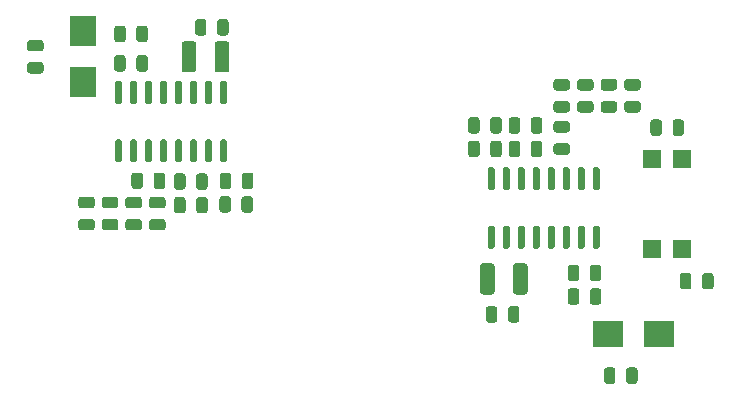
<source format=gtp>
%TF.GenerationSoftware,KiCad,Pcbnew,5.1.6-c6e7f7d~86~ubuntu20.04.1*%
%TF.CreationDate,2020-09-07T13:18:55+02:00*%
%TF.ProjectId,Driver,44726976-6572-42e6-9b69-6361645f7063,rev?*%
%TF.SameCoordinates,Original*%
%TF.FileFunction,Paste,Top*%
%TF.FilePolarity,Positive*%
%FSLAX46Y46*%
G04 Gerber Fmt 4.6, Leading zero omitted, Abs format (unit mm)*
G04 Created by KiCad (PCBNEW 5.1.6-c6e7f7d~86~ubuntu20.04.1) date 2020-09-07 13:18:55*
%MOMM*%
%LPD*%
G01*
G04 APERTURE LIST*
%ADD10R,2.500000X2.300000*%
%ADD11R,2.300000X2.500000*%
%ADD12R,1.600000X1.600000*%
G04 APERTURE END LIST*
D10*
%TO.C,D_boot2*%
X91300000Y-144000000D03*
X87000000Y-144000000D03*
%TD*%
D11*
%TO.C,D_boot1*%
X42500000Y-122650000D03*
X42500000Y-118350000D03*
%TD*%
D12*
%TO.C,U12*%
X93270000Y-136810000D03*
X90730000Y-129190000D03*
X90730000Y-136810000D03*
X93270000Y-129190000D03*
%TD*%
%TO.C,U4*%
G36*
G01*
X85855000Y-134805000D02*
X86155000Y-134805000D01*
G75*
G02*
X86305000Y-134955000I0J-150000D01*
G01*
X86305000Y-136605000D01*
G75*
G02*
X86155000Y-136755000I-150000J0D01*
G01*
X85855000Y-136755000D01*
G75*
G02*
X85705000Y-136605000I0J150000D01*
G01*
X85705000Y-134955000D01*
G75*
G02*
X85855000Y-134805000I150000J0D01*
G01*
G37*
G36*
G01*
X84585000Y-134805000D02*
X84885000Y-134805000D01*
G75*
G02*
X85035000Y-134955000I0J-150000D01*
G01*
X85035000Y-136605000D01*
G75*
G02*
X84885000Y-136755000I-150000J0D01*
G01*
X84585000Y-136755000D01*
G75*
G02*
X84435000Y-136605000I0J150000D01*
G01*
X84435000Y-134955000D01*
G75*
G02*
X84585000Y-134805000I150000J0D01*
G01*
G37*
G36*
G01*
X83315000Y-134805000D02*
X83615000Y-134805000D01*
G75*
G02*
X83765000Y-134955000I0J-150000D01*
G01*
X83765000Y-136605000D01*
G75*
G02*
X83615000Y-136755000I-150000J0D01*
G01*
X83315000Y-136755000D01*
G75*
G02*
X83165000Y-136605000I0J150000D01*
G01*
X83165000Y-134955000D01*
G75*
G02*
X83315000Y-134805000I150000J0D01*
G01*
G37*
G36*
G01*
X82045000Y-134805000D02*
X82345000Y-134805000D01*
G75*
G02*
X82495000Y-134955000I0J-150000D01*
G01*
X82495000Y-136605000D01*
G75*
G02*
X82345000Y-136755000I-150000J0D01*
G01*
X82045000Y-136755000D01*
G75*
G02*
X81895000Y-136605000I0J150000D01*
G01*
X81895000Y-134955000D01*
G75*
G02*
X82045000Y-134805000I150000J0D01*
G01*
G37*
G36*
G01*
X80775000Y-134805000D02*
X81075000Y-134805000D01*
G75*
G02*
X81225000Y-134955000I0J-150000D01*
G01*
X81225000Y-136605000D01*
G75*
G02*
X81075000Y-136755000I-150000J0D01*
G01*
X80775000Y-136755000D01*
G75*
G02*
X80625000Y-136605000I0J150000D01*
G01*
X80625000Y-134955000D01*
G75*
G02*
X80775000Y-134805000I150000J0D01*
G01*
G37*
G36*
G01*
X79505000Y-134805000D02*
X79805000Y-134805000D01*
G75*
G02*
X79955000Y-134955000I0J-150000D01*
G01*
X79955000Y-136605000D01*
G75*
G02*
X79805000Y-136755000I-150000J0D01*
G01*
X79505000Y-136755000D01*
G75*
G02*
X79355000Y-136605000I0J150000D01*
G01*
X79355000Y-134955000D01*
G75*
G02*
X79505000Y-134805000I150000J0D01*
G01*
G37*
G36*
G01*
X78235000Y-134805000D02*
X78535000Y-134805000D01*
G75*
G02*
X78685000Y-134955000I0J-150000D01*
G01*
X78685000Y-136605000D01*
G75*
G02*
X78535000Y-136755000I-150000J0D01*
G01*
X78235000Y-136755000D01*
G75*
G02*
X78085000Y-136605000I0J150000D01*
G01*
X78085000Y-134955000D01*
G75*
G02*
X78235000Y-134805000I150000J0D01*
G01*
G37*
G36*
G01*
X76965000Y-134805000D02*
X77265000Y-134805000D01*
G75*
G02*
X77415000Y-134955000I0J-150000D01*
G01*
X77415000Y-136605000D01*
G75*
G02*
X77265000Y-136755000I-150000J0D01*
G01*
X76965000Y-136755000D01*
G75*
G02*
X76815000Y-136605000I0J150000D01*
G01*
X76815000Y-134955000D01*
G75*
G02*
X76965000Y-134805000I150000J0D01*
G01*
G37*
G36*
G01*
X76965000Y-129855000D02*
X77265000Y-129855000D01*
G75*
G02*
X77415000Y-130005000I0J-150000D01*
G01*
X77415000Y-131655000D01*
G75*
G02*
X77265000Y-131805000I-150000J0D01*
G01*
X76965000Y-131805000D01*
G75*
G02*
X76815000Y-131655000I0J150000D01*
G01*
X76815000Y-130005000D01*
G75*
G02*
X76965000Y-129855000I150000J0D01*
G01*
G37*
G36*
G01*
X78235000Y-129855000D02*
X78535000Y-129855000D01*
G75*
G02*
X78685000Y-130005000I0J-150000D01*
G01*
X78685000Y-131655000D01*
G75*
G02*
X78535000Y-131805000I-150000J0D01*
G01*
X78235000Y-131805000D01*
G75*
G02*
X78085000Y-131655000I0J150000D01*
G01*
X78085000Y-130005000D01*
G75*
G02*
X78235000Y-129855000I150000J0D01*
G01*
G37*
G36*
G01*
X79505000Y-129855000D02*
X79805000Y-129855000D01*
G75*
G02*
X79955000Y-130005000I0J-150000D01*
G01*
X79955000Y-131655000D01*
G75*
G02*
X79805000Y-131805000I-150000J0D01*
G01*
X79505000Y-131805000D01*
G75*
G02*
X79355000Y-131655000I0J150000D01*
G01*
X79355000Y-130005000D01*
G75*
G02*
X79505000Y-129855000I150000J0D01*
G01*
G37*
G36*
G01*
X80775000Y-129855000D02*
X81075000Y-129855000D01*
G75*
G02*
X81225000Y-130005000I0J-150000D01*
G01*
X81225000Y-131655000D01*
G75*
G02*
X81075000Y-131805000I-150000J0D01*
G01*
X80775000Y-131805000D01*
G75*
G02*
X80625000Y-131655000I0J150000D01*
G01*
X80625000Y-130005000D01*
G75*
G02*
X80775000Y-129855000I150000J0D01*
G01*
G37*
G36*
G01*
X82045000Y-129855000D02*
X82345000Y-129855000D01*
G75*
G02*
X82495000Y-130005000I0J-150000D01*
G01*
X82495000Y-131655000D01*
G75*
G02*
X82345000Y-131805000I-150000J0D01*
G01*
X82045000Y-131805000D01*
G75*
G02*
X81895000Y-131655000I0J150000D01*
G01*
X81895000Y-130005000D01*
G75*
G02*
X82045000Y-129855000I150000J0D01*
G01*
G37*
G36*
G01*
X83315000Y-129855000D02*
X83615000Y-129855000D01*
G75*
G02*
X83765000Y-130005000I0J-150000D01*
G01*
X83765000Y-131655000D01*
G75*
G02*
X83615000Y-131805000I-150000J0D01*
G01*
X83315000Y-131805000D01*
G75*
G02*
X83165000Y-131655000I0J150000D01*
G01*
X83165000Y-130005000D01*
G75*
G02*
X83315000Y-129855000I150000J0D01*
G01*
G37*
G36*
G01*
X84585000Y-129855000D02*
X84885000Y-129855000D01*
G75*
G02*
X85035000Y-130005000I0J-150000D01*
G01*
X85035000Y-131655000D01*
G75*
G02*
X84885000Y-131805000I-150000J0D01*
G01*
X84585000Y-131805000D01*
G75*
G02*
X84435000Y-131655000I0J150000D01*
G01*
X84435000Y-130005000D01*
G75*
G02*
X84585000Y-129855000I150000J0D01*
G01*
G37*
G36*
G01*
X85855000Y-129855000D02*
X86155000Y-129855000D01*
G75*
G02*
X86305000Y-130005000I0J-150000D01*
G01*
X86305000Y-131655000D01*
G75*
G02*
X86155000Y-131805000I-150000J0D01*
G01*
X85855000Y-131805000D01*
G75*
G02*
X85705000Y-131655000I0J150000D01*
G01*
X85705000Y-130005000D01*
G75*
G02*
X85855000Y-129855000I150000J0D01*
G01*
G37*
%TD*%
%TO.C,U3*%
G36*
G01*
X45705000Y-124500000D02*
X45405000Y-124500000D01*
G75*
G02*
X45255000Y-124350000I0J150000D01*
G01*
X45255000Y-122700000D01*
G75*
G02*
X45405000Y-122550000I150000J0D01*
G01*
X45705000Y-122550000D01*
G75*
G02*
X45855000Y-122700000I0J-150000D01*
G01*
X45855000Y-124350000D01*
G75*
G02*
X45705000Y-124500000I-150000J0D01*
G01*
G37*
G36*
G01*
X46975000Y-124500000D02*
X46675000Y-124500000D01*
G75*
G02*
X46525000Y-124350000I0J150000D01*
G01*
X46525000Y-122700000D01*
G75*
G02*
X46675000Y-122550000I150000J0D01*
G01*
X46975000Y-122550000D01*
G75*
G02*
X47125000Y-122700000I0J-150000D01*
G01*
X47125000Y-124350000D01*
G75*
G02*
X46975000Y-124500000I-150000J0D01*
G01*
G37*
G36*
G01*
X48245000Y-124500000D02*
X47945000Y-124500000D01*
G75*
G02*
X47795000Y-124350000I0J150000D01*
G01*
X47795000Y-122700000D01*
G75*
G02*
X47945000Y-122550000I150000J0D01*
G01*
X48245000Y-122550000D01*
G75*
G02*
X48395000Y-122700000I0J-150000D01*
G01*
X48395000Y-124350000D01*
G75*
G02*
X48245000Y-124500000I-150000J0D01*
G01*
G37*
G36*
G01*
X49515000Y-124500000D02*
X49215000Y-124500000D01*
G75*
G02*
X49065000Y-124350000I0J150000D01*
G01*
X49065000Y-122700000D01*
G75*
G02*
X49215000Y-122550000I150000J0D01*
G01*
X49515000Y-122550000D01*
G75*
G02*
X49665000Y-122700000I0J-150000D01*
G01*
X49665000Y-124350000D01*
G75*
G02*
X49515000Y-124500000I-150000J0D01*
G01*
G37*
G36*
G01*
X50785000Y-124500000D02*
X50485000Y-124500000D01*
G75*
G02*
X50335000Y-124350000I0J150000D01*
G01*
X50335000Y-122700000D01*
G75*
G02*
X50485000Y-122550000I150000J0D01*
G01*
X50785000Y-122550000D01*
G75*
G02*
X50935000Y-122700000I0J-150000D01*
G01*
X50935000Y-124350000D01*
G75*
G02*
X50785000Y-124500000I-150000J0D01*
G01*
G37*
G36*
G01*
X52055000Y-124500000D02*
X51755000Y-124500000D01*
G75*
G02*
X51605000Y-124350000I0J150000D01*
G01*
X51605000Y-122700000D01*
G75*
G02*
X51755000Y-122550000I150000J0D01*
G01*
X52055000Y-122550000D01*
G75*
G02*
X52205000Y-122700000I0J-150000D01*
G01*
X52205000Y-124350000D01*
G75*
G02*
X52055000Y-124500000I-150000J0D01*
G01*
G37*
G36*
G01*
X53325000Y-124500000D02*
X53025000Y-124500000D01*
G75*
G02*
X52875000Y-124350000I0J150000D01*
G01*
X52875000Y-122700000D01*
G75*
G02*
X53025000Y-122550000I150000J0D01*
G01*
X53325000Y-122550000D01*
G75*
G02*
X53475000Y-122700000I0J-150000D01*
G01*
X53475000Y-124350000D01*
G75*
G02*
X53325000Y-124500000I-150000J0D01*
G01*
G37*
G36*
G01*
X54595000Y-124500000D02*
X54295000Y-124500000D01*
G75*
G02*
X54145000Y-124350000I0J150000D01*
G01*
X54145000Y-122700000D01*
G75*
G02*
X54295000Y-122550000I150000J0D01*
G01*
X54595000Y-122550000D01*
G75*
G02*
X54745000Y-122700000I0J-150000D01*
G01*
X54745000Y-124350000D01*
G75*
G02*
X54595000Y-124500000I-150000J0D01*
G01*
G37*
G36*
G01*
X54595000Y-129450000D02*
X54295000Y-129450000D01*
G75*
G02*
X54145000Y-129300000I0J150000D01*
G01*
X54145000Y-127650000D01*
G75*
G02*
X54295000Y-127500000I150000J0D01*
G01*
X54595000Y-127500000D01*
G75*
G02*
X54745000Y-127650000I0J-150000D01*
G01*
X54745000Y-129300000D01*
G75*
G02*
X54595000Y-129450000I-150000J0D01*
G01*
G37*
G36*
G01*
X53325000Y-129450000D02*
X53025000Y-129450000D01*
G75*
G02*
X52875000Y-129300000I0J150000D01*
G01*
X52875000Y-127650000D01*
G75*
G02*
X53025000Y-127500000I150000J0D01*
G01*
X53325000Y-127500000D01*
G75*
G02*
X53475000Y-127650000I0J-150000D01*
G01*
X53475000Y-129300000D01*
G75*
G02*
X53325000Y-129450000I-150000J0D01*
G01*
G37*
G36*
G01*
X52055000Y-129450000D02*
X51755000Y-129450000D01*
G75*
G02*
X51605000Y-129300000I0J150000D01*
G01*
X51605000Y-127650000D01*
G75*
G02*
X51755000Y-127500000I150000J0D01*
G01*
X52055000Y-127500000D01*
G75*
G02*
X52205000Y-127650000I0J-150000D01*
G01*
X52205000Y-129300000D01*
G75*
G02*
X52055000Y-129450000I-150000J0D01*
G01*
G37*
G36*
G01*
X50785000Y-129450000D02*
X50485000Y-129450000D01*
G75*
G02*
X50335000Y-129300000I0J150000D01*
G01*
X50335000Y-127650000D01*
G75*
G02*
X50485000Y-127500000I150000J0D01*
G01*
X50785000Y-127500000D01*
G75*
G02*
X50935000Y-127650000I0J-150000D01*
G01*
X50935000Y-129300000D01*
G75*
G02*
X50785000Y-129450000I-150000J0D01*
G01*
G37*
G36*
G01*
X49515000Y-129450000D02*
X49215000Y-129450000D01*
G75*
G02*
X49065000Y-129300000I0J150000D01*
G01*
X49065000Y-127650000D01*
G75*
G02*
X49215000Y-127500000I150000J0D01*
G01*
X49515000Y-127500000D01*
G75*
G02*
X49665000Y-127650000I0J-150000D01*
G01*
X49665000Y-129300000D01*
G75*
G02*
X49515000Y-129450000I-150000J0D01*
G01*
G37*
G36*
G01*
X48245000Y-129450000D02*
X47945000Y-129450000D01*
G75*
G02*
X47795000Y-129300000I0J150000D01*
G01*
X47795000Y-127650000D01*
G75*
G02*
X47945000Y-127500000I150000J0D01*
G01*
X48245000Y-127500000D01*
G75*
G02*
X48395000Y-127650000I0J-150000D01*
G01*
X48395000Y-129300000D01*
G75*
G02*
X48245000Y-129450000I-150000J0D01*
G01*
G37*
G36*
G01*
X46975000Y-129450000D02*
X46675000Y-129450000D01*
G75*
G02*
X46525000Y-129300000I0J150000D01*
G01*
X46525000Y-127650000D01*
G75*
G02*
X46675000Y-127500000I150000J0D01*
G01*
X46975000Y-127500000D01*
G75*
G02*
X47125000Y-127650000I0J-150000D01*
G01*
X47125000Y-129300000D01*
G75*
G02*
X46975000Y-129450000I-150000J0D01*
G01*
G37*
G36*
G01*
X45705000Y-129450000D02*
X45405000Y-129450000D01*
G75*
G02*
X45255000Y-129300000I0J150000D01*
G01*
X45255000Y-127650000D01*
G75*
G02*
X45405000Y-127500000I150000J0D01*
G01*
X45705000Y-127500000D01*
G75*
G02*
X45855000Y-127650000I0J-150000D01*
G01*
X45855000Y-129300000D01*
G75*
G02*
X45705000Y-129450000I-150000J0D01*
G01*
G37*
%TD*%
%TO.C,RBoot2*%
G36*
G01*
X87612500Y-147043750D02*
X87612500Y-147956250D01*
G75*
G02*
X87368750Y-148200000I-243750J0D01*
G01*
X86881250Y-148200000D01*
G75*
G02*
X86637500Y-147956250I0J243750D01*
G01*
X86637500Y-147043750D01*
G75*
G02*
X86881250Y-146800000I243750J0D01*
G01*
X87368750Y-146800000D01*
G75*
G02*
X87612500Y-147043750I0J-243750D01*
G01*
G37*
G36*
G01*
X89487500Y-147043750D02*
X89487500Y-147956250D01*
G75*
G02*
X89243750Y-148200000I-243750J0D01*
G01*
X88756250Y-148200000D01*
G75*
G02*
X88512500Y-147956250I0J243750D01*
G01*
X88512500Y-147043750D01*
G75*
G02*
X88756250Y-146800000I243750J0D01*
G01*
X89243750Y-146800000D01*
G75*
G02*
X89487500Y-147043750I0J-243750D01*
G01*
G37*
%TD*%
%TO.C,RBoot1*%
G36*
G01*
X38956250Y-120050000D02*
X38043750Y-120050000D01*
G75*
G02*
X37800000Y-119806250I0J243750D01*
G01*
X37800000Y-119318750D01*
G75*
G02*
X38043750Y-119075000I243750J0D01*
G01*
X38956250Y-119075000D01*
G75*
G02*
X39200000Y-119318750I0J-243750D01*
G01*
X39200000Y-119806250D01*
G75*
G02*
X38956250Y-120050000I-243750J0D01*
G01*
G37*
G36*
G01*
X38956250Y-121925000D02*
X38043750Y-121925000D01*
G75*
G02*
X37800000Y-121681250I0J243750D01*
G01*
X37800000Y-121193750D01*
G75*
G02*
X38043750Y-120950000I243750J0D01*
G01*
X38956250Y-120950000D01*
G75*
G02*
X39200000Y-121193750I0J-243750D01*
G01*
X39200000Y-121681250D01*
G75*
G02*
X38956250Y-121925000I-243750J0D01*
G01*
G37*
%TD*%
%TO.C,R8*%
G36*
G01*
X79547500Y-127848750D02*
X79547500Y-128761250D01*
G75*
G02*
X79303750Y-129005000I-243750J0D01*
G01*
X78816250Y-129005000D01*
G75*
G02*
X78572500Y-128761250I0J243750D01*
G01*
X78572500Y-127848750D01*
G75*
G02*
X78816250Y-127605000I243750J0D01*
G01*
X79303750Y-127605000D01*
G75*
G02*
X79547500Y-127848750I0J-243750D01*
G01*
G37*
G36*
G01*
X81422500Y-127848750D02*
X81422500Y-128761250D01*
G75*
G02*
X81178750Y-129005000I-243750J0D01*
G01*
X80691250Y-129005000D01*
G75*
G02*
X80447500Y-128761250I0J243750D01*
G01*
X80447500Y-127848750D01*
G75*
G02*
X80691250Y-127605000I243750J0D01*
G01*
X81178750Y-127605000D01*
G75*
G02*
X81422500Y-127848750I0J-243750D01*
G01*
G37*
%TD*%
%TO.C,R7*%
G36*
G01*
X84603750Y-124255000D02*
X85516250Y-124255000D01*
G75*
G02*
X85760000Y-124498750I0J-243750D01*
G01*
X85760000Y-124986250D01*
G75*
G02*
X85516250Y-125230000I-243750J0D01*
G01*
X84603750Y-125230000D01*
G75*
G02*
X84360000Y-124986250I0J243750D01*
G01*
X84360000Y-124498750D01*
G75*
G02*
X84603750Y-124255000I243750J0D01*
G01*
G37*
G36*
G01*
X84603750Y-122380000D02*
X85516250Y-122380000D01*
G75*
G02*
X85760000Y-122623750I0J-243750D01*
G01*
X85760000Y-123111250D01*
G75*
G02*
X85516250Y-123355000I-243750J0D01*
G01*
X84603750Y-123355000D01*
G75*
G02*
X84360000Y-123111250I0J243750D01*
G01*
X84360000Y-122623750D01*
G75*
G02*
X84603750Y-122380000I243750J0D01*
G01*
G37*
%TD*%
%TO.C,R6*%
G36*
G01*
X86603750Y-124255000D02*
X87516250Y-124255000D01*
G75*
G02*
X87760000Y-124498750I0J-243750D01*
G01*
X87760000Y-124986250D01*
G75*
G02*
X87516250Y-125230000I-243750J0D01*
G01*
X86603750Y-125230000D01*
G75*
G02*
X86360000Y-124986250I0J243750D01*
G01*
X86360000Y-124498750D01*
G75*
G02*
X86603750Y-124255000I243750J0D01*
G01*
G37*
G36*
G01*
X86603750Y-122380000D02*
X87516250Y-122380000D01*
G75*
G02*
X87760000Y-122623750I0J-243750D01*
G01*
X87760000Y-123111250D01*
G75*
G02*
X87516250Y-123355000I-243750J0D01*
G01*
X86603750Y-123355000D01*
G75*
G02*
X86360000Y-123111250I0J243750D01*
G01*
X86360000Y-122623750D01*
G75*
G02*
X86603750Y-122380000I243750J0D01*
G01*
G37*
%TD*%
%TO.C,R5*%
G36*
G01*
X94950000Y-139956250D02*
X94950000Y-139043750D01*
G75*
G02*
X95193750Y-138800000I243750J0D01*
G01*
X95681250Y-138800000D01*
G75*
G02*
X95925000Y-139043750I0J-243750D01*
G01*
X95925000Y-139956250D01*
G75*
G02*
X95681250Y-140200000I-243750J0D01*
G01*
X95193750Y-140200000D01*
G75*
G02*
X94950000Y-139956250I0J243750D01*
G01*
G37*
G36*
G01*
X93075000Y-139956250D02*
X93075000Y-139043750D01*
G75*
G02*
X93318750Y-138800000I243750J0D01*
G01*
X93806250Y-138800000D01*
G75*
G02*
X94050000Y-139043750I0J-243750D01*
G01*
X94050000Y-139956250D01*
G75*
G02*
X93806250Y-140200000I-243750J0D01*
G01*
X93318750Y-140200000D01*
G75*
G02*
X93075000Y-139956250I0J243750D01*
G01*
G37*
%TD*%
%TO.C,R4*%
G36*
G01*
X92450000Y-126956250D02*
X92450000Y-126043750D01*
G75*
G02*
X92693750Y-125800000I243750J0D01*
G01*
X93181250Y-125800000D01*
G75*
G02*
X93425000Y-126043750I0J-243750D01*
G01*
X93425000Y-126956250D01*
G75*
G02*
X93181250Y-127200000I-243750J0D01*
G01*
X92693750Y-127200000D01*
G75*
G02*
X92450000Y-126956250I0J243750D01*
G01*
G37*
G36*
G01*
X90575000Y-126956250D02*
X90575000Y-126043750D01*
G75*
G02*
X90818750Y-125800000I243750J0D01*
G01*
X91306250Y-125800000D01*
G75*
G02*
X91550000Y-126043750I0J-243750D01*
G01*
X91550000Y-126956250D01*
G75*
G02*
X91306250Y-127200000I-243750J0D01*
G01*
X90818750Y-127200000D01*
G75*
G02*
X90575000Y-126956250I0J243750D01*
G01*
G37*
%TD*%
%TO.C,R3*%
G36*
G01*
X52112500Y-131521250D02*
X52112500Y-130608750D01*
G75*
G02*
X52356250Y-130365000I243750J0D01*
G01*
X52843750Y-130365000D01*
G75*
G02*
X53087500Y-130608750I0J-243750D01*
G01*
X53087500Y-131521250D01*
G75*
G02*
X52843750Y-131765000I-243750J0D01*
G01*
X52356250Y-131765000D01*
G75*
G02*
X52112500Y-131521250I0J243750D01*
G01*
G37*
G36*
G01*
X50237500Y-131521250D02*
X50237500Y-130608750D01*
G75*
G02*
X50481250Y-130365000I243750J0D01*
G01*
X50968750Y-130365000D01*
G75*
G02*
X51212500Y-130608750I0J-243750D01*
G01*
X51212500Y-131521250D01*
G75*
G02*
X50968750Y-131765000I-243750J0D01*
G01*
X50481250Y-131765000D01*
G75*
G02*
X50237500Y-131521250I0J243750D01*
G01*
G37*
%TD*%
%TO.C,R2*%
G36*
G01*
X47281250Y-133330000D02*
X46368750Y-133330000D01*
G75*
G02*
X46125000Y-133086250I0J243750D01*
G01*
X46125000Y-132598750D01*
G75*
G02*
X46368750Y-132355000I243750J0D01*
G01*
X47281250Y-132355000D01*
G75*
G02*
X47525000Y-132598750I0J-243750D01*
G01*
X47525000Y-133086250D01*
G75*
G02*
X47281250Y-133330000I-243750J0D01*
G01*
G37*
G36*
G01*
X47281250Y-135205000D02*
X46368750Y-135205000D01*
G75*
G02*
X46125000Y-134961250I0J243750D01*
G01*
X46125000Y-134473750D01*
G75*
G02*
X46368750Y-134230000I243750J0D01*
G01*
X47281250Y-134230000D01*
G75*
G02*
X47525000Y-134473750I0J-243750D01*
G01*
X47525000Y-134961250D01*
G75*
G02*
X47281250Y-135205000I-243750J0D01*
G01*
G37*
%TD*%
%TO.C,R1*%
G36*
G01*
X45281250Y-133330000D02*
X44368750Y-133330000D01*
G75*
G02*
X44125000Y-133086250I0J243750D01*
G01*
X44125000Y-132598750D01*
G75*
G02*
X44368750Y-132355000I243750J0D01*
G01*
X45281250Y-132355000D01*
G75*
G02*
X45525000Y-132598750I0J-243750D01*
G01*
X45525000Y-133086250D01*
G75*
G02*
X45281250Y-133330000I-243750J0D01*
G01*
G37*
G36*
G01*
X45281250Y-135205000D02*
X44368750Y-135205000D01*
G75*
G02*
X44125000Y-134961250I0J243750D01*
G01*
X44125000Y-134473750D01*
G75*
G02*
X44368750Y-134230000I243750J0D01*
G01*
X45281250Y-134230000D01*
G75*
G02*
X45525000Y-134473750I0J-243750D01*
G01*
X45525000Y-134961250D01*
G75*
G02*
X45281250Y-135205000I-243750J0D01*
G01*
G37*
%TD*%
%TO.C,CBoot4*%
G36*
G01*
X84547500Y-140348750D02*
X84547500Y-141261250D01*
G75*
G02*
X84303750Y-141505000I-243750J0D01*
G01*
X83816250Y-141505000D01*
G75*
G02*
X83572500Y-141261250I0J243750D01*
G01*
X83572500Y-140348750D01*
G75*
G02*
X83816250Y-140105000I243750J0D01*
G01*
X84303750Y-140105000D01*
G75*
G02*
X84547500Y-140348750I0J-243750D01*
G01*
G37*
G36*
G01*
X86422500Y-140348750D02*
X86422500Y-141261250D01*
G75*
G02*
X86178750Y-141505000I-243750J0D01*
G01*
X85691250Y-141505000D01*
G75*
G02*
X85447500Y-141261250I0J243750D01*
G01*
X85447500Y-140348750D01*
G75*
G02*
X85691250Y-140105000I243750J0D01*
G01*
X86178750Y-140105000D01*
G75*
G02*
X86422500Y-140348750I0J-243750D01*
G01*
G37*
%TD*%
%TO.C,CBoot3*%
G36*
G01*
X84547500Y-138348750D02*
X84547500Y-139261250D01*
G75*
G02*
X84303750Y-139505000I-243750J0D01*
G01*
X83816250Y-139505000D01*
G75*
G02*
X83572500Y-139261250I0J243750D01*
G01*
X83572500Y-138348750D01*
G75*
G02*
X83816250Y-138105000I243750J0D01*
G01*
X84303750Y-138105000D01*
G75*
G02*
X84547500Y-138348750I0J-243750D01*
G01*
G37*
G36*
G01*
X86422500Y-138348750D02*
X86422500Y-139261250D01*
G75*
G02*
X86178750Y-139505000I-243750J0D01*
G01*
X85691250Y-139505000D01*
G75*
G02*
X85447500Y-139261250I0J243750D01*
G01*
X85447500Y-138348750D01*
G75*
G02*
X85691250Y-138105000I243750J0D01*
G01*
X86178750Y-138105000D01*
G75*
G02*
X86422500Y-138348750I0J-243750D01*
G01*
G37*
%TD*%
%TO.C,CBoot2*%
G36*
G01*
X47050000Y-119021250D02*
X47050000Y-118108750D01*
G75*
G02*
X47293750Y-117865000I243750J0D01*
G01*
X47781250Y-117865000D01*
G75*
G02*
X48025000Y-118108750I0J-243750D01*
G01*
X48025000Y-119021250D01*
G75*
G02*
X47781250Y-119265000I-243750J0D01*
G01*
X47293750Y-119265000D01*
G75*
G02*
X47050000Y-119021250I0J243750D01*
G01*
G37*
G36*
G01*
X45175000Y-119021250D02*
X45175000Y-118108750D01*
G75*
G02*
X45418750Y-117865000I243750J0D01*
G01*
X45906250Y-117865000D01*
G75*
G02*
X46150000Y-118108750I0J-243750D01*
G01*
X46150000Y-119021250D01*
G75*
G02*
X45906250Y-119265000I-243750J0D01*
G01*
X45418750Y-119265000D01*
G75*
G02*
X45175000Y-119021250I0J243750D01*
G01*
G37*
%TD*%
%TO.C,CBoot1*%
G36*
G01*
X47050000Y-121521250D02*
X47050000Y-120608750D01*
G75*
G02*
X47293750Y-120365000I243750J0D01*
G01*
X47781250Y-120365000D01*
G75*
G02*
X48025000Y-120608750I0J-243750D01*
G01*
X48025000Y-121521250D01*
G75*
G02*
X47781250Y-121765000I-243750J0D01*
G01*
X47293750Y-121765000D01*
G75*
G02*
X47050000Y-121521250I0J243750D01*
G01*
G37*
G36*
G01*
X45175000Y-121521250D02*
X45175000Y-120608750D01*
G75*
G02*
X45418750Y-120365000I243750J0D01*
G01*
X45906250Y-120365000D01*
G75*
G02*
X46150000Y-120608750I0J-243750D01*
G01*
X46150000Y-121521250D01*
G75*
G02*
X45906250Y-121765000I-243750J0D01*
G01*
X45418750Y-121765000D01*
G75*
G02*
X45175000Y-121521250I0J243750D01*
G01*
G37*
%TD*%
%TO.C,C_VDDB4*%
G36*
G01*
X77385000Y-138230000D02*
X77385000Y-140380000D01*
G75*
G02*
X77135000Y-140630000I-250000J0D01*
G01*
X76385000Y-140630000D01*
G75*
G02*
X76135000Y-140380000I0J250000D01*
G01*
X76135000Y-138230000D01*
G75*
G02*
X76385000Y-137980000I250000J0D01*
G01*
X77135000Y-137980000D01*
G75*
G02*
X77385000Y-138230000I0J-250000D01*
G01*
G37*
G36*
G01*
X80185000Y-138230000D02*
X80185000Y-140380000D01*
G75*
G02*
X79935000Y-140630000I-250000J0D01*
G01*
X79185000Y-140630000D01*
G75*
G02*
X78935000Y-140380000I0J250000D01*
G01*
X78935000Y-138230000D01*
G75*
G02*
X79185000Y-137980000I250000J0D01*
G01*
X79935000Y-137980000D01*
G75*
G02*
X80185000Y-138230000I0J-250000D01*
G01*
G37*
%TD*%
%TO.C,C_VDDB3*%
G36*
G01*
X77610000Y-141848750D02*
X77610000Y-142761250D01*
G75*
G02*
X77366250Y-143005000I-243750J0D01*
G01*
X76878750Y-143005000D01*
G75*
G02*
X76635000Y-142761250I0J243750D01*
G01*
X76635000Y-141848750D01*
G75*
G02*
X76878750Y-141605000I243750J0D01*
G01*
X77366250Y-141605000D01*
G75*
G02*
X77610000Y-141848750I0J-243750D01*
G01*
G37*
G36*
G01*
X79485000Y-141848750D02*
X79485000Y-142761250D01*
G75*
G02*
X79241250Y-143005000I-243750J0D01*
G01*
X78753750Y-143005000D01*
G75*
G02*
X78510000Y-142761250I0J243750D01*
G01*
X78510000Y-141848750D01*
G75*
G02*
X78753750Y-141605000I243750J0D01*
G01*
X79241250Y-141605000D01*
G75*
G02*
X79485000Y-141848750I0J-243750D01*
G01*
G37*
%TD*%
%TO.C,C_VDDB2*%
G36*
G01*
X53675000Y-121575000D02*
X53675000Y-119425000D01*
G75*
G02*
X53925000Y-119175000I250000J0D01*
G01*
X54675000Y-119175000D01*
G75*
G02*
X54925000Y-119425000I0J-250000D01*
G01*
X54925000Y-121575000D01*
G75*
G02*
X54675000Y-121825000I-250000J0D01*
G01*
X53925000Y-121825000D01*
G75*
G02*
X53675000Y-121575000I0J250000D01*
G01*
G37*
G36*
G01*
X50875000Y-121575000D02*
X50875000Y-119425000D01*
G75*
G02*
X51125000Y-119175000I250000J0D01*
G01*
X51875000Y-119175000D01*
G75*
G02*
X52125000Y-119425000I0J-250000D01*
G01*
X52125000Y-121575000D01*
G75*
G02*
X51875000Y-121825000I-250000J0D01*
G01*
X51125000Y-121825000D01*
G75*
G02*
X50875000Y-121575000I0J250000D01*
G01*
G37*
%TD*%
%TO.C,C_VDDB1*%
G36*
G01*
X53887500Y-118456250D02*
X53887500Y-117543750D01*
G75*
G02*
X54131250Y-117300000I243750J0D01*
G01*
X54618750Y-117300000D01*
G75*
G02*
X54862500Y-117543750I0J-243750D01*
G01*
X54862500Y-118456250D01*
G75*
G02*
X54618750Y-118700000I-243750J0D01*
G01*
X54131250Y-118700000D01*
G75*
G02*
X53887500Y-118456250I0J243750D01*
G01*
G37*
G36*
G01*
X52012500Y-118456250D02*
X52012500Y-117543750D01*
G75*
G02*
X52256250Y-117300000I243750J0D01*
G01*
X52743750Y-117300000D01*
G75*
G02*
X52987500Y-117543750I0J-243750D01*
G01*
X52987500Y-118456250D01*
G75*
G02*
X52743750Y-118700000I-243750J0D01*
G01*
X52256250Y-118700000D01*
G75*
G02*
X52012500Y-118456250I0J243750D01*
G01*
G37*
%TD*%
%TO.C,C12*%
G36*
G01*
X82603750Y-127817500D02*
X83516250Y-127817500D01*
G75*
G02*
X83760000Y-128061250I0J-243750D01*
G01*
X83760000Y-128548750D01*
G75*
G02*
X83516250Y-128792500I-243750J0D01*
G01*
X82603750Y-128792500D01*
G75*
G02*
X82360000Y-128548750I0J243750D01*
G01*
X82360000Y-128061250D01*
G75*
G02*
X82603750Y-127817500I243750J0D01*
G01*
G37*
G36*
G01*
X82603750Y-125942500D02*
X83516250Y-125942500D01*
G75*
G02*
X83760000Y-126186250I0J-243750D01*
G01*
X83760000Y-126673750D01*
G75*
G02*
X83516250Y-126917500I-243750J0D01*
G01*
X82603750Y-126917500D01*
G75*
G02*
X82360000Y-126673750I0J243750D01*
G01*
X82360000Y-126186250D01*
G75*
G02*
X82603750Y-125942500I243750J0D01*
G01*
G37*
%TD*%
%TO.C,C11*%
G36*
G01*
X80447500Y-126761250D02*
X80447500Y-125848750D01*
G75*
G02*
X80691250Y-125605000I243750J0D01*
G01*
X81178750Y-125605000D01*
G75*
G02*
X81422500Y-125848750I0J-243750D01*
G01*
X81422500Y-126761250D01*
G75*
G02*
X81178750Y-127005000I-243750J0D01*
G01*
X80691250Y-127005000D01*
G75*
G02*
X80447500Y-126761250I0J243750D01*
G01*
G37*
G36*
G01*
X78572500Y-126761250D02*
X78572500Y-125848750D01*
G75*
G02*
X78816250Y-125605000I243750J0D01*
G01*
X79303750Y-125605000D01*
G75*
G02*
X79547500Y-125848750I0J-243750D01*
G01*
X79547500Y-126761250D01*
G75*
G02*
X79303750Y-127005000I-243750J0D01*
G01*
X78816250Y-127005000D01*
G75*
G02*
X78572500Y-126761250I0J243750D01*
G01*
G37*
%TD*%
%TO.C,C10*%
G36*
G01*
X77010000Y-126761250D02*
X77010000Y-125848750D01*
G75*
G02*
X77253750Y-125605000I243750J0D01*
G01*
X77741250Y-125605000D01*
G75*
G02*
X77985000Y-125848750I0J-243750D01*
G01*
X77985000Y-126761250D01*
G75*
G02*
X77741250Y-127005000I-243750J0D01*
G01*
X77253750Y-127005000D01*
G75*
G02*
X77010000Y-126761250I0J243750D01*
G01*
G37*
G36*
G01*
X75135000Y-126761250D02*
X75135000Y-125848750D01*
G75*
G02*
X75378750Y-125605000I243750J0D01*
G01*
X75866250Y-125605000D01*
G75*
G02*
X76110000Y-125848750I0J-243750D01*
G01*
X76110000Y-126761250D01*
G75*
G02*
X75866250Y-127005000I-243750J0D01*
G01*
X75378750Y-127005000D01*
G75*
G02*
X75135000Y-126761250I0J243750D01*
G01*
G37*
%TD*%
%TO.C,C9*%
G36*
G01*
X77010000Y-128761250D02*
X77010000Y-127848750D01*
G75*
G02*
X77253750Y-127605000I243750J0D01*
G01*
X77741250Y-127605000D01*
G75*
G02*
X77985000Y-127848750I0J-243750D01*
G01*
X77985000Y-128761250D01*
G75*
G02*
X77741250Y-129005000I-243750J0D01*
G01*
X77253750Y-129005000D01*
G75*
G02*
X77010000Y-128761250I0J243750D01*
G01*
G37*
G36*
G01*
X75135000Y-128761250D02*
X75135000Y-127848750D01*
G75*
G02*
X75378750Y-127605000I243750J0D01*
G01*
X75866250Y-127605000D01*
G75*
G02*
X76110000Y-127848750I0J-243750D01*
G01*
X76110000Y-128761250D01*
G75*
G02*
X75866250Y-129005000I-243750J0D01*
G01*
X75378750Y-129005000D01*
G75*
G02*
X75135000Y-128761250I0J243750D01*
G01*
G37*
%TD*%
%TO.C,C8*%
G36*
G01*
X83516250Y-123355000D02*
X82603750Y-123355000D01*
G75*
G02*
X82360000Y-123111250I0J243750D01*
G01*
X82360000Y-122623750D01*
G75*
G02*
X82603750Y-122380000I243750J0D01*
G01*
X83516250Y-122380000D01*
G75*
G02*
X83760000Y-122623750I0J-243750D01*
G01*
X83760000Y-123111250D01*
G75*
G02*
X83516250Y-123355000I-243750J0D01*
G01*
G37*
G36*
G01*
X83516250Y-125230000D02*
X82603750Y-125230000D01*
G75*
G02*
X82360000Y-124986250I0J243750D01*
G01*
X82360000Y-124498750D01*
G75*
G02*
X82603750Y-124255000I243750J0D01*
G01*
X83516250Y-124255000D01*
G75*
G02*
X83760000Y-124498750I0J-243750D01*
G01*
X83760000Y-124986250D01*
G75*
G02*
X83516250Y-125230000I-243750J0D01*
G01*
G37*
%TD*%
%TO.C,C7*%
G36*
G01*
X88603750Y-124255000D02*
X89516250Y-124255000D01*
G75*
G02*
X89760000Y-124498750I0J-243750D01*
G01*
X89760000Y-124986250D01*
G75*
G02*
X89516250Y-125230000I-243750J0D01*
G01*
X88603750Y-125230000D01*
G75*
G02*
X88360000Y-124986250I0J243750D01*
G01*
X88360000Y-124498750D01*
G75*
G02*
X88603750Y-124255000I243750J0D01*
G01*
G37*
G36*
G01*
X88603750Y-122380000D02*
X89516250Y-122380000D01*
G75*
G02*
X89760000Y-122623750I0J-243750D01*
G01*
X89760000Y-123111250D01*
G75*
G02*
X89516250Y-123355000I-243750J0D01*
G01*
X88603750Y-123355000D01*
G75*
G02*
X88360000Y-123111250I0J243750D01*
G01*
X88360000Y-122623750D01*
G75*
G02*
X88603750Y-122380000I243750J0D01*
G01*
G37*
%TD*%
%TO.C,C6*%
G36*
G01*
X47612500Y-130543750D02*
X47612500Y-131456250D01*
G75*
G02*
X47368750Y-131700000I-243750J0D01*
G01*
X46881250Y-131700000D01*
G75*
G02*
X46637500Y-131456250I0J243750D01*
G01*
X46637500Y-130543750D01*
G75*
G02*
X46881250Y-130300000I243750J0D01*
G01*
X47368750Y-130300000D01*
G75*
G02*
X47612500Y-130543750I0J-243750D01*
G01*
G37*
G36*
G01*
X49487500Y-130543750D02*
X49487500Y-131456250D01*
G75*
G02*
X49243750Y-131700000I-243750J0D01*
G01*
X48756250Y-131700000D01*
G75*
G02*
X48512500Y-131456250I0J243750D01*
G01*
X48512500Y-130543750D01*
G75*
G02*
X48756250Y-130300000I243750J0D01*
G01*
X49243750Y-130300000D01*
G75*
G02*
X49487500Y-130543750I0J-243750D01*
G01*
G37*
%TD*%
%TO.C,C5*%
G36*
G01*
X51212500Y-132608750D02*
X51212500Y-133521250D01*
G75*
G02*
X50968750Y-133765000I-243750J0D01*
G01*
X50481250Y-133765000D01*
G75*
G02*
X50237500Y-133521250I0J243750D01*
G01*
X50237500Y-132608750D01*
G75*
G02*
X50481250Y-132365000I243750J0D01*
G01*
X50968750Y-132365000D01*
G75*
G02*
X51212500Y-132608750I0J-243750D01*
G01*
G37*
G36*
G01*
X53087500Y-132608750D02*
X53087500Y-133521250D01*
G75*
G02*
X52843750Y-133765000I-243750J0D01*
G01*
X52356250Y-133765000D01*
G75*
G02*
X52112500Y-133521250I0J243750D01*
G01*
X52112500Y-132608750D01*
G75*
G02*
X52356250Y-132365000I243750J0D01*
G01*
X52843750Y-132365000D01*
G75*
G02*
X53087500Y-132608750I0J-243750D01*
G01*
G37*
%TD*%
%TO.C,C4*%
G36*
G01*
X55050000Y-132543750D02*
X55050000Y-133456250D01*
G75*
G02*
X54806250Y-133700000I-243750J0D01*
G01*
X54318750Y-133700000D01*
G75*
G02*
X54075000Y-133456250I0J243750D01*
G01*
X54075000Y-132543750D01*
G75*
G02*
X54318750Y-132300000I243750J0D01*
G01*
X54806250Y-132300000D01*
G75*
G02*
X55050000Y-132543750I0J-243750D01*
G01*
G37*
G36*
G01*
X56925000Y-132543750D02*
X56925000Y-133456250D01*
G75*
G02*
X56681250Y-133700000I-243750J0D01*
G01*
X56193750Y-133700000D01*
G75*
G02*
X55950000Y-133456250I0J243750D01*
G01*
X55950000Y-132543750D01*
G75*
G02*
X56193750Y-132300000I243750J0D01*
G01*
X56681250Y-132300000D01*
G75*
G02*
X56925000Y-132543750I0J-243750D01*
G01*
G37*
%TD*%
%TO.C,C3*%
G36*
G01*
X55087500Y-130543750D02*
X55087500Y-131456250D01*
G75*
G02*
X54843750Y-131700000I-243750J0D01*
G01*
X54356250Y-131700000D01*
G75*
G02*
X54112500Y-131456250I0J243750D01*
G01*
X54112500Y-130543750D01*
G75*
G02*
X54356250Y-130300000I243750J0D01*
G01*
X54843750Y-130300000D01*
G75*
G02*
X55087500Y-130543750I0J-243750D01*
G01*
G37*
G36*
G01*
X56962500Y-130543750D02*
X56962500Y-131456250D01*
G75*
G02*
X56718750Y-131700000I-243750J0D01*
G01*
X56231250Y-131700000D01*
G75*
G02*
X55987500Y-131456250I0J243750D01*
G01*
X55987500Y-130543750D01*
G75*
G02*
X56231250Y-130300000I243750J0D01*
G01*
X56718750Y-130300000D01*
G75*
G02*
X56962500Y-130543750I0J-243750D01*
G01*
G37*
%TD*%
%TO.C,C2*%
G36*
G01*
X48368750Y-134230000D02*
X49281250Y-134230000D01*
G75*
G02*
X49525000Y-134473750I0J-243750D01*
G01*
X49525000Y-134961250D01*
G75*
G02*
X49281250Y-135205000I-243750J0D01*
G01*
X48368750Y-135205000D01*
G75*
G02*
X48125000Y-134961250I0J243750D01*
G01*
X48125000Y-134473750D01*
G75*
G02*
X48368750Y-134230000I243750J0D01*
G01*
G37*
G36*
G01*
X48368750Y-132355000D02*
X49281250Y-132355000D01*
G75*
G02*
X49525000Y-132598750I0J-243750D01*
G01*
X49525000Y-133086250D01*
G75*
G02*
X49281250Y-133330000I-243750J0D01*
G01*
X48368750Y-133330000D01*
G75*
G02*
X48125000Y-133086250I0J243750D01*
G01*
X48125000Y-132598750D01*
G75*
G02*
X48368750Y-132355000I243750J0D01*
G01*
G37*
%TD*%
%TO.C,C1*%
G36*
G01*
X43281250Y-133330000D02*
X42368750Y-133330000D01*
G75*
G02*
X42125000Y-133086250I0J243750D01*
G01*
X42125000Y-132598750D01*
G75*
G02*
X42368750Y-132355000I243750J0D01*
G01*
X43281250Y-132355000D01*
G75*
G02*
X43525000Y-132598750I0J-243750D01*
G01*
X43525000Y-133086250D01*
G75*
G02*
X43281250Y-133330000I-243750J0D01*
G01*
G37*
G36*
G01*
X43281250Y-135205000D02*
X42368750Y-135205000D01*
G75*
G02*
X42125000Y-134961250I0J243750D01*
G01*
X42125000Y-134473750D01*
G75*
G02*
X42368750Y-134230000I243750J0D01*
G01*
X43281250Y-134230000D01*
G75*
G02*
X43525000Y-134473750I0J-243750D01*
G01*
X43525000Y-134961250D01*
G75*
G02*
X43281250Y-135205000I-243750J0D01*
G01*
G37*
%TD*%
M02*

</source>
